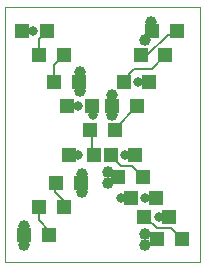
<source format=gtl>
G75*
%MOIN*%
%OFA0B0*%
%FSLAX24Y24*%
%IPPOS*%
%LPD*%
%AMOC8*
5,1,8,0,0,1.08239X$1,22.5*
%
%ADD10C,0.0000*%
%ADD11R,0.0472X0.0472*%
%ADD12C,0.0397*%
%ADD13C,0.0060*%
%ADD14C,0.0317*%
D10*
X002392Y002517D02*
X002392Y011017D01*
X008892Y011017D01*
X008892Y002517D01*
X002392Y002517D01*
D11*
X003041Y003392D03*
X003868Y003392D03*
X003541Y004329D03*
X004368Y004329D03*
X004103Y005142D03*
X004930Y005142D03*
X004541Y006079D03*
X005368Y006079D03*
X005916Y006079D03*
X006166Y005329D03*
X006603Y004642D03*
X007041Y004017D03*
X007430Y004642D03*
X007868Y004017D03*
X007478Y003267D03*
X008305Y003267D03*
X006993Y005329D03*
X006743Y006079D03*
X006055Y006892D03*
X005978Y007704D03*
X005305Y007704D03*
X005228Y006892D03*
X004478Y007704D03*
X004868Y008517D03*
X004041Y008517D03*
X004368Y009392D03*
X003541Y009392D03*
X003805Y010204D03*
X002978Y010204D03*
X006353Y008517D03*
X007180Y008517D03*
X006805Y007704D03*
X006916Y009392D03*
X007291Y010204D03*
X008118Y010204D03*
X007743Y009392D03*
D12*
X007079Y009892D03*
X007267Y010517D03*
X005954Y008079D03*
X005954Y007392D03*
X004892Y008204D03*
X004892Y008829D03*
X004954Y005454D03*
X004954Y004829D03*
X005829Y005142D03*
X005829Y005517D03*
X007079Y003454D03*
X007079Y003079D03*
X003017Y003079D03*
X003017Y003704D03*
D13*
X003017Y003416D01*
X003041Y003392D01*
X003017Y003368D01*
X003017Y003079D01*
X003868Y003392D02*
X003868Y003541D01*
X003517Y003892D01*
X003517Y004305D01*
X003541Y004329D01*
X004079Y004829D02*
X004079Y005118D01*
X004103Y005142D01*
X004079Y004829D02*
X004368Y004541D01*
X004368Y004329D01*
X004954Y004829D02*
X004954Y005118D01*
X004930Y005142D01*
X004954Y005166D01*
X004954Y005454D01*
X004829Y006079D02*
X004541Y006079D01*
X005305Y006142D02*
X005305Y006815D01*
X005228Y006892D01*
X005329Y007392D02*
X005305Y007416D01*
X005305Y007704D01*
X004829Y007704D02*
X004478Y007704D01*
X004892Y008204D02*
X004892Y008493D01*
X004868Y008517D01*
X004892Y008541D01*
X004892Y008829D01*
X004368Y009392D02*
X004041Y009065D01*
X004041Y008517D01*
X003541Y009392D02*
X003541Y009940D01*
X003805Y010204D01*
X003329Y010204D02*
X002978Y010204D01*
X005954Y008079D02*
X005954Y007728D01*
X005978Y007704D01*
X005954Y007680D01*
X005954Y007392D01*
X006055Y006954D02*
X006805Y007704D01*
X006829Y008517D02*
X007180Y008517D01*
X007305Y008954D02*
X006704Y008954D01*
X006517Y008767D01*
X006517Y008517D01*
X006353Y008517D01*
X006916Y009392D02*
X007142Y009392D01*
X007829Y010079D01*
X007993Y010079D01*
X008118Y010204D01*
X007291Y010204D02*
X007079Y009993D01*
X007079Y009892D01*
X007267Y010180D02*
X007291Y010204D01*
X007267Y010228D01*
X007267Y010517D01*
X007743Y009392D02*
X007305Y008954D01*
X006055Y006954D02*
X006055Y006892D01*
X005305Y006142D02*
X005368Y006079D01*
X005916Y006079D02*
X005916Y006055D01*
X006267Y005704D01*
X006618Y005704D01*
X006993Y005329D01*
X006930Y005392D01*
X006743Y006079D02*
X006392Y006079D01*
X005978Y005517D02*
X005829Y005517D01*
X005978Y005517D02*
X006166Y005329D01*
X005978Y005142D01*
X005829Y005142D01*
X006079Y005243D02*
X006166Y005329D01*
X006267Y004642D02*
X006603Y004642D01*
X007079Y004642D02*
X007430Y004642D01*
X007517Y004017D02*
X007868Y004017D01*
X007930Y003642D02*
X007454Y003642D01*
X007079Y004017D01*
X007041Y004017D01*
X007079Y003454D02*
X007291Y003454D01*
X007478Y003267D01*
X007291Y003079D01*
X007079Y003079D01*
X007930Y003642D02*
X008305Y003267D01*
D14*
X007517Y004017D03*
X007079Y004642D03*
X006267Y004642D03*
X006392Y006079D03*
X005329Y007392D03*
X004829Y007704D03*
X004829Y006079D03*
X006829Y008517D03*
X003329Y010204D03*
M02*

</source>
